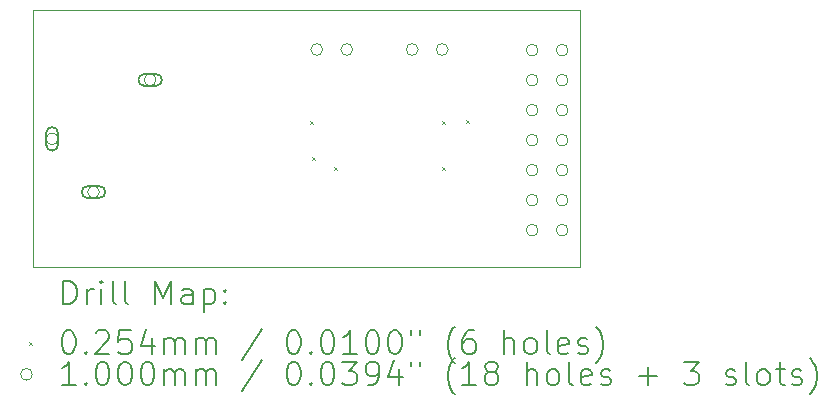
<source format=gbr>
%TF.GenerationSoftware,KiCad,Pcbnew,7.0.7*%
%TF.CreationDate,2023-09-29T20:54:00-04:00*%
%TF.ProjectId,Little_Master_Board,4c697474-6c65-45f4-9d61-737465725f42,B*%
%TF.SameCoordinates,Original*%
%TF.FileFunction,Drillmap*%
%TF.FilePolarity,Positive*%
%FSLAX45Y45*%
G04 Gerber Fmt 4.5, Leading zero omitted, Abs format (unit mm)*
G04 Created by KiCad (PCBNEW 7.0.7) date 2023-09-29 20:54:00*
%MOMM*%
%LPD*%
G01*
G04 APERTURE LIST*
%ADD10C,0.100000*%
%ADD11C,0.200000*%
%ADD12C,0.025400*%
G04 APERTURE END LIST*
D10*
X11170920Y-5821680D02*
X15798800Y-5821680D01*
X15798800Y-7995920D01*
X11170920Y-7995920D01*
X11170920Y-5821680D01*
D11*
D12*
X13512680Y-6756400D02*
X13538080Y-6781800D01*
X13538080Y-6756400D02*
X13512680Y-6781800D01*
X13530460Y-7066280D02*
X13555860Y-7091680D01*
X13555860Y-7066280D02*
X13530460Y-7091680D01*
X13715880Y-7152640D02*
X13741280Y-7178040D01*
X13741280Y-7152640D02*
X13715880Y-7178040D01*
X14630400Y-6760440D02*
X14655800Y-6785840D01*
X14655800Y-6760440D02*
X14630400Y-6785840D01*
X14630400Y-7150440D02*
X14655800Y-7175840D01*
X14655800Y-7150440D02*
X14630400Y-7175840D01*
X14833600Y-6753860D02*
X14859000Y-6779260D01*
X14859000Y-6753860D02*
X14833600Y-6779260D01*
D10*
X11383480Y-6911340D02*
G75*
G03*
X11383480Y-6911340I-50000J0D01*
G01*
D11*
X11283480Y-6861340D02*
X11283480Y-6961340D01*
X11283480Y-6961340D02*
G75*
G03*
X11383480Y-6961340I50000J0D01*
G01*
X11383480Y-6961340D02*
X11383480Y-6861340D01*
X11383480Y-6861340D02*
G75*
G03*
X11283480Y-6861340I-50000J0D01*
G01*
D10*
X11733480Y-7361340D02*
G75*
G03*
X11733480Y-7361340I-50000J0D01*
G01*
D11*
X11633480Y-7411340D02*
X11733480Y-7411340D01*
X11733480Y-7411340D02*
G75*
G03*
X11733480Y-7311340I0J50000D01*
G01*
X11733480Y-7311340D02*
X11633480Y-7311340D01*
X11633480Y-7311340D02*
G75*
G03*
X11633480Y-7411340I0J-50000D01*
G01*
D10*
X12213480Y-6411340D02*
G75*
G03*
X12213480Y-6411340I-50000J0D01*
G01*
D11*
X12113480Y-6461340D02*
X12213480Y-6461340D01*
X12213480Y-6461340D02*
G75*
G03*
X12213480Y-6361340I0J50000D01*
G01*
X12213480Y-6361340D02*
X12113480Y-6361340D01*
X12113480Y-6361340D02*
G75*
G03*
X12113480Y-6461340I0J-50000D01*
G01*
D10*
X13623760Y-6154420D02*
G75*
G03*
X13623760Y-6154420I-50000J0D01*
G01*
X13877760Y-6154420D02*
G75*
G03*
X13877760Y-6154420I-50000J0D01*
G01*
X14431480Y-6154420D02*
G75*
G03*
X14431480Y-6154420I-50000J0D01*
G01*
X14685480Y-6154420D02*
G75*
G03*
X14685480Y-6154420I-50000J0D01*
G01*
X15447480Y-6159500D02*
G75*
G03*
X15447480Y-6159500I-50000J0D01*
G01*
X15447480Y-6413500D02*
G75*
G03*
X15447480Y-6413500I-50000J0D01*
G01*
X15447480Y-6667500D02*
G75*
G03*
X15447480Y-6667500I-50000J0D01*
G01*
X15447480Y-6921500D02*
G75*
G03*
X15447480Y-6921500I-50000J0D01*
G01*
X15447480Y-7175500D02*
G75*
G03*
X15447480Y-7175500I-50000J0D01*
G01*
X15447480Y-7429500D02*
G75*
G03*
X15447480Y-7429500I-50000J0D01*
G01*
X15447480Y-7683500D02*
G75*
G03*
X15447480Y-7683500I-50000J0D01*
G01*
X15701480Y-6159500D02*
G75*
G03*
X15701480Y-6159500I-50000J0D01*
G01*
X15701480Y-6413500D02*
G75*
G03*
X15701480Y-6413500I-50000J0D01*
G01*
X15701480Y-6667500D02*
G75*
G03*
X15701480Y-6667500I-50000J0D01*
G01*
X15701480Y-6921500D02*
G75*
G03*
X15701480Y-6921500I-50000J0D01*
G01*
X15701480Y-7175500D02*
G75*
G03*
X15701480Y-7175500I-50000J0D01*
G01*
X15701480Y-7429500D02*
G75*
G03*
X15701480Y-7429500I-50000J0D01*
G01*
X15701480Y-7683500D02*
G75*
G03*
X15701480Y-7683500I-50000J0D01*
G01*
D11*
X11426697Y-8312404D02*
X11426697Y-8112404D01*
X11426697Y-8112404D02*
X11474316Y-8112404D01*
X11474316Y-8112404D02*
X11502887Y-8121928D01*
X11502887Y-8121928D02*
X11521935Y-8140975D01*
X11521935Y-8140975D02*
X11531459Y-8160023D01*
X11531459Y-8160023D02*
X11540982Y-8198118D01*
X11540982Y-8198118D02*
X11540982Y-8226689D01*
X11540982Y-8226689D02*
X11531459Y-8264785D01*
X11531459Y-8264785D02*
X11521935Y-8283832D01*
X11521935Y-8283832D02*
X11502887Y-8302880D01*
X11502887Y-8302880D02*
X11474316Y-8312404D01*
X11474316Y-8312404D02*
X11426697Y-8312404D01*
X11626697Y-8312404D02*
X11626697Y-8179070D01*
X11626697Y-8217166D02*
X11636221Y-8198118D01*
X11636221Y-8198118D02*
X11645744Y-8188594D01*
X11645744Y-8188594D02*
X11664792Y-8179070D01*
X11664792Y-8179070D02*
X11683840Y-8179070D01*
X11750506Y-8312404D02*
X11750506Y-8179070D01*
X11750506Y-8112404D02*
X11740982Y-8121928D01*
X11740982Y-8121928D02*
X11750506Y-8131451D01*
X11750506Y-8131451D02*
X11760030Y-8121928D01*
X11760030Y-8121928D02*
X11750506Y-8112404D01*
X11750506Y-8112404D02*
X11750506Y-8131451D01*
X11874316Y-8312404D02*
X11855268Y-8302880D01*
X11855268Y-8302880D02*
X11845744Y-8283832D01*
X11845744Y-8283832D02*
X11845744Y-8112404D01*
X11979078Y-8312404D02*
X11960030Y-8302880D01*
X11960030Y-8302880D02*
X11950506Y-8283832D01*
X11950506Y-8283832D02*
X11950506Y-8112404D01*
X12207649Y-8312404D02*
X12207649Y-8112404D01*
X12207649Y-8112404D02*
X12274316Y-8255261D01*
X12274316Y-8255261D02*
X12340982Y-8112404D01*
X12340982Y-8112404D02*
X12340982Y-8312404D01*
X12521935Y-8312404D02*
X12521935Y-8207642D01*
X12521935Y-8207642D02*
X12512411Y-8188594D01*
X12512411Y-8188594D02*
X12493363Y-8179070D01*
X12493363Y-8179070D02*
X12455268Y-8179070D01*
X12455268Y-8179070D02*
X12436221Y-8188594D01*
X12521935Y-8302880D02*
X12502887Y-8312404D01*
X12502887Y-8312404D02*
X12455268Y-8312404D01*
X12455268Y-8312404D02*
X12436221Y-8302880D01*
X12436221Y-8302880D02*
X12426697Y-8283832D01*
X12426697Y-8283832D02*
X12426697Y-8264785D01*
X12426697Y-8264785D02*
X12436221Y-8245737D01*
X12436221Y-8245737D02*
X12455268Y-8236213D01*
X12455268Y-8236213D02*
X12502887Y-8236213D01*
X12502887Y-8236213D02*
X12521935Y-8226689D01*
X12617173Y-8179070D02*
X12617173Y-8379070D01*
X12617173Y-8188594D02*
X12636221Y-8179070D01*
X12636221Y-8179070D02*
X12674316Y-8179070D01*
X12674316Y-8179070D02*
X12693363Y-8188594D01*
X12693363Y-8188594D02*
X12702887Y-8198118D01*
X12702887Y-8198118D02*
X12712411Y-8217166D01*
X12712411Y-8217166D02*
X12712411Y-8274308D01*
X12712411Y-8274308D02*
X12702887Y-8293356D01*
X12702887Y-8293356D02*
X12693363Y-8302880D01*
X12693363Y-8302880D02*
X12674316Y-8312404D01*
X12674316Y-8312404D02*
X12636221Y-8312404D01*
X12636221Y-8312404D02*
X12617173Y-8302880D01*
X12798125Y-8293356D02*
X12807649Y-8302880D01*
X12807649Y-8302880D02*
X12798125Y-8312404D01*
X12798125Y-8312404D02*
X12788602Y-8302880D01*
X12788602Y-8302880D02*
X12798125Y-8293356D01*
X12798125Y-8293356D02*
X12798125Y-8312404D01*
X12798125Y-8188594D02*
X12807649Y-8198118D01*
X12807649Y-8198118D02*
X12798125Y-8207642D01*
X12798125Y-8207642D02*
X12788602Y-8198118D01*
X12788602Y-8198118D02*
X12798125Y-8188594D01*
X12798125Y-8188594D02*
X12798125Y-8207642D01*
D12*
X11140520Y-8628220D02*
X11165920Y-8653620D01*
X11165920Y-8628220D02*
X11140520Y-8653620D01*
D11*
X11464792Y-8532404D02*
X11483840Y-8532404D01*
X11483840Y-8532404D02*
X11502887Y-8541928D01*
X11502887Y-8541928D02*
X11512411Y-8551451D01*
X11512411Y-8551451D02*
X11521935Y-8570499D01*
X11521935Y-8570499D02*
X11531459Y-8608594D01*
X11531459Y-8608594D02*
X11531459Y-8656213D01*
X11531459Y-8656213D02*
X11521935Y-8694309D01*
X11521935Y-8694309D02*
X11512411Y-8713356D01*
X11512411Y-8713356D02*
X11502887Y-8722880D01*
X11502887Y-8722880D02*
X11483840Y-8732404D01*
X11483840Y-8732404D02*
X11464792Y-8732404D01*
X11464792Y-8732404D02*
X11445744Y-8722880D01*
X11445744Y-8722880D02*
X11436221Y-8713356D01*
X11436221Y-8713356D02*
X11426697Y-8694309D01*
X11426697Y-8694309D02*
X11417173Y-8656213D01*
X11417173Y-8656213D02*
X11417173Y-8608594D01*
X11417173Y-8608594D02*
X11426697Y-8570499D01*
X11426697Y-8570499D02*
X11436221Y-8551451D01*
X11436221Y-8551451D02*
X11445744Y-8541928D01*
X11445744Y-8541928D02*
X11464792Y-8532404D01*
X11617173Y-8713356D02*
X11626697Y-8722880D01*
X11626697Y-8722880D02*
X11617173Y-8732404D01*
X11617173Y-8732404D02*
X11607649Y-8722880D01*
X11607649Y-8722880D02*
X11617173Y-8713356D01*
X11617173Y-8713356D02*
X11617173Y-8732404D01*
X11702887Y-8551451D02*
X11712411Y-8541928D01*
X11712411Y-8541928D02*
X11731459Y-8532404D01*
X11731459Y-8532404D02*
X11779078Y-8532404D01*
X11779078Y-8532404D02*
X11798125Y-8541928D01*
X11798125Y-8541928D02*
X11807649Y-8551451D01*
X11807649Y-8551451D02*
X11817173Y-8570499D01*
X11817173Y-8570499D02*
X11817173Y-8589547D01*
X11817173Y-8589547D02*
X11807649Y-8618118D01*
X11807649Y-8618118D02*
X11693363Y-8732404D01*
X11693363Y-8732404D02*
X11817173Y-8732404D01*
X11998125Y-8532404D02*
X11902887Y-8532404D01*
X11902887Y-8532404D02*
X11893363Y-8627642D01*
X11893363Y-8627642D02*
X11902887Y-8618118D01*
X11902887Y-8618118D02*
X11921935Y-8608594D01*
X11921935Y-8608594D02*
X11969554Y-8608594D01*
X11969554Y-8608594D02*
X11988602Y-8618118D01*
X11988602Y-8618118D02*
X11998125Y-8627642D01*
X11998125Y-8627642D02*
X12007649Y-8646690D01*
X12007649Y-8646690D02*
X12007649Y-8694309D01*
X12007649Y-8694309D02*
X11998125Y-8713356D01*
X11998125Y-8713356D02*
X11988602Y-8722880D01*
X11988602Y-8722880D02*
X11969554Y-8732404D01*
X11969554Y-8732404D02*
X11921935Y-8732404D01*
X11921935Y-8732404D02*
X11902887Y-8722880D01*
X11902887Y-8722880D02*
X11893363Y-8713356D01*
X12179078Y-8599070D02*
X12179078Y-8732404D01*
X12131459Y-8522880D02*
X12083840Y-8665737D01*
X12083840Y-8665737D02*
X12207649Y-8665737D01*
X12283840Y-8732404D02*
X12283840Y-8599070D01*
X12283840Y-8618118D02*
X12293363Y-8608594D01*
X12293363Y-8608594D02*
X12312411Y-8599070D01*
X12312411Y-8599070D02*
X12340983Y-8599070D01*
X12340983Y-8599070D02*
X12360030Y-8608594D01*
X12360030Y-8608594D02*
X12369554Y-8627642D01*
X12369554Y-8627642D02*
X12369554Y-8732404D01*
X12369554Y-8627642D02*
X12379078Y-8608594D01*
X12379078Y-8608594D02*
X12398125Y-8599070D01*
X12398125Y-8599070D02*
X12426697Y-8599070D01*
X12426697Y-8599070D02*
X12445744Y-8608594D01*
X12445744Y-8608594D02*
X12455268Y-8627642D01*
X12455268Y-8627642D02*
X12455268Y-8732404D01*
X12550506Y-8732404D02*
X12550506Y-8599070D01*
X12550506Y-8618118D02*
X12560030Y-8608594D01*
X12560030Y-8608594D02*
X12579078Y-8599070D01*
X12579078Y-8599070D02*
X12607649Y-8599070D01*
X12607649Y-8599070D02*
X12626697Y-8608594D01*
X12626697Y-8608594D02*
X12636221Y-8627642D01*
X12636221Y-8627642D02*
X12636221Y-8732404D01*
X12636221Y-8627642D02*
X12645744Y-8608594D01*
X12645744Y-8608594D02*
X12664792Y-8599070D01*
X12664792Y-8599070D02*
X12693363Y-8599070D01*
X12693363Y-8599070D02*
X12712411Y-8608594D01*
X12712411Y-8608594D02*
X12721935Y-8627642D01*
X12721935Y-8627642D02*
X12721935Y-8732404D01*
X13112411Y-8522880D02*
X12940983Y-8780023D01*
X13369554Y-8532404D02*
X13388602Y-8532404D01*
X13388602Y-8532404D02*
X13407649Y-8541928D01*
X13407649Y-8541928D02*
X13417173Y-8551451D01*
X13417173Y-8551451D02*
X13426697Y-8570499D01*
X13426697Y-8570499D02*
X13436221Y-8608594D01*
X13436221Y-8608594D02*
X13436221Y-8656213D01*
X13436221Y-8656213D02*
X13426697Y-8694309D01*
X13426697Y-8694309D02*
X13417173Y-8713356D01*
X13417173Y-8713356D02*
X13407649Y-8722880D01*
X13407649Y-8722880D02*
X13388602Y-8732404D01*
X13388602Y-8732404D02*
X13369554Y-8732404D01*
X13369554Y-8732404D02*
X13350506Y-8722880D01*
X13350506Y-8722880D02*
X13340983Y-8713356D01*
X13340983Y-8713356D02*
X13331459Y-8694309D01*
X13331459Y-8694309D02*
X13321935Y-8656213D01*
X13321935Y-8656213D02*
X13321935Y-8608594D01*
X13321935Y-8608594D02*
X13331459Y-8570499D01*
X13331459Y-8570499D02*
X13340983Y-8551451D01*
X13340983Y-8551451D02*
X13350506Y-8541928D01*
X13350506Y-8541928D02*
X13369554Y-8532404D01*
X13521935Y-8713356D02*
X13531459Y-8722880D01*
X13531459Y-8722880D02*
X13521935Y-8732404D01*
X13521935Y-8732404D02*
X13512411Y-8722880D01*
X13512411Y-8722880D02*
X13521935Y-8713356D01*
X13521935Y-8713356D02*
X13521935Y-8732404D01*
X13655268Y-8532404D02*
X13674316Y-8532404D01*
X13674316Y-8532404D02*
X13693364Y-8541928D01*
X13693364Y-8541928D02*
X13702887Y-8551451D01*
X13702887Y-8551451D02*
X13712411Y-8570499D01*
X13712411Y-8570499D02*
X13721935Y-8608594D01*
X13721935Y-8608594D02*
X13721935Y-8656213D01*
X13721935Y-8656213D02*
X13712411Y-8694309D01*
X13712411Y-8694309D02*
X13702887Y-8713356D01*
X13702887Y-8713356D02*
X13693364Y-8722880D01*
X13693364Y-8722880D02*
X13674316Y-8732404D01*
X13674316Y-8732404D02*
X13655268Y-8732404D01*
X13655268Y-8732404D02*
X13636221Y-8722880D01*
X13636221Y-8722880D02*
X13626697Y-8713356D01*
X13626697Y-8713356D02*
X13617173Y-8694309D01*
X13617173Y-8694309D02*
X13607649Y-8656213D01*
X13607649Y-8656213D02*
X13607649Y-8608594D01*
X13607649Y-8608594D02*
X13617173Y-8570499D01*
X13617173Y-8570499D02*
X13626697Y-8551451D01*
X13626697Y-8551451D02*
X13636221Y-8541928D01*
X13636221Y-8541928D02*
X13655268Y-8532404D01*
X13912411Y-8732404D02*
X13798126Y-8732404D01*
X13855268Y-8732404D02*
X13855268Y-8532404D01*
X13855268Y-8532404D02*
X13836221Y-8560975D01*
X13836221Y-8560975D02*
X13817173Y-8580023D01*
X13817173Y-8580023D02*
X13798126Y-8589547D01*
X14036221Y-8532404D02*
X14055268Y-8532404D01*
X14055268Y-8532404D02*
X14074316Y-8541928D01*
X14074316Y-8541928D02*
X14083840Y-8551451D01*
X14083840Y-8551451D02*
X14093364Y-8570499D01*
X14093364Y-8570499D02*
X14102887Y-8608594D01*
X14102887Y-8608594D02*
X14102887Y-8656213D01*
X14102887Y-8656213D02*
X14093364Y-8694309D01*
X14093364Y-8694309D02*
X14083840Y-8713356D01*
X14083840Y-8713356D02*
X14074316Y-8722880D01*
X14074316Y-8722880D02*
X14055268Y-8732404D01*
X14055268Y-8732404D02*
X14036221Y-8732404D01*
X14036221Y-8732404D02*
X14017173Y-8722880D01*
X14017173Y-8722880D02*
X14007649Y-8713356D01*
X14007649Y-8713356D02*
X13998126Y-8694309D01*
X13998126Y-8694309D02*
X13988602Y-8656213D01*
X13988602Y-8656213D02*
X13988602Y-8608594D01*
X13988602Y-8608594D02*
X13998126Y-8570499D01*
X13998126Y-8570499D02*
X14007649Y-8551451D01*
X14007649Y-8551451D02*
X14017173Y-8541928D01*
X14017173Y-8541928D02*
X14036221Y-8532404D01*
X14226697Y-8532404D02*
X14245745Y-8532404D01*
X14245745Y-8532404D02*
X14264792Y-8541928D01*
X14264792Y-8541928D02*
X14274316Y-8551451D01*
X14274316Y-8551451D02*
X14283840Y-8570499D01*
X14283840Y-8570499D02*
X14293364Y-8608594D01*
X14293364Y-8608594D02*
X14293364Y-8656213D01*
X14293364Y-8656213D02*
X14283840Y-8694309D01*
X14283840Y-8694309D02*
X14274316Y-8713356D01*
X14274316Y-8713356D02*
X14264792Y-8722880D01*
X14264792Y-8722880D02*
X14245745Y-8732404D01*
X14245745Y-8732404D02*
X14226697Y-8732404D01*
X14226697Y-8732404D02*
X14207649Y-8722880D01*
X14207649Y-8722880D02*
X14198126Y-8713356D01*
X14198126Y-8713356D02*
X14188602Y-8694309D01*
X14188602Y-8694309D02*
X14179078Y-8656213D01*
X14179078Y-8656213D02*
X14179078Y-8608594D01*
X14179078Y-8608594D02*
X14188602Y-8570499D01*
X14188602Y-8570499D02*
X14198126Y-8551451D01*
X14198126Y-8551451D02*
X14207649Y-8541928D01*
X14207649Y-8541928D02*
X14226697Y-8532404D01*
X14369554Y-8532404D02*
X14369554Y-8570499D01*
X14445745Y-8532404D02*
X14445745Y-8570499D01*
X14740983Y-8808594D02*
X14731459Y-8799070D01*
X14731459Y-8799070D02*
X14712411Y-8770499D01*
X14712411Y-8770499D02*
X14702888Y-8751451D01*
X14702888Y-8751451D02*
X14693364Y-8722880D01*
X14693364Y-8722880D02*
X14683840Y-8675261D01*
X14683840Y-8675261D02*
X14683840Y-8637166D01*
X14683840Y-8637166D02*
X14693364Y-8589547D01*
X14693364Y-8589547D02*
X14702888Y-8560975D01*
X14702888Y-8560975D02*
X14712411Y-8541928D01*
X14712411Y-8541928D02*
X14731459Y-8513356D01*
X14731459Y-8513356D02*
X14740983Y-8503832D01*
X14902888Y-8532404D02*
X14864792Y-8532404D01*
X14864792Y-8532404D02*
X14845745Y-8541928D01*
X14845745Y-8541928D02*
X14836221Y-8551451D01*
X14836221Y-8551451D02*
X14817173Y-8580023D01*
X14817173Y-8580023D02*
X14807649Y-8618118D01*
X14807649Y-8618118D02*
X14807649Y-8694309D01*
X14807649Y-8694309D02*
X14817173Y-8713356D01*
X14817173Y-8713356D02*
X14826697Y-8722880D01*
X14826697Y-8722880D02*
X14845745Y-8732404D01*
X14845745Y-8732404D02*
X14883840Y-8732404D01*
X14883840Y-8732404D02*
X14902888Y-8722880D01*
X14902888Y-8722880D02*
X14912411Y-8713356D01*
X14912411Y-8713356D02*
X14921935Y-8694309D01*
X14921935Y-8694309D02*
X14921935Y-8646690D01*
X14921935Y-8646690D02*
X14912411Y-8627642D01*
X14912411Y-8627642D02*
X14902888Y-8618118D01*
X14902888Y-8618118D02*
X14883840Y-8608594D01*
X14883840Y-8608594D02*
X14845745Y-8608594D01*
X14845745Y-8608594D02*
X14826697Y-8618118D01*
X14826697Y-8618118D02*
X14817173Y-8627642D01*
X14817173Y-8627642D02*
X14807649Y-8646690D01*
X15160030Y-8732404D02*
X15160030Y-8532404D01*
X15245745Y-8732404D02*
X15245745Y-8627642D01*
X15245745Y-8627642D02*
X15236221Y-8608594D01*
X15236221Y-8608594D02*
X15217173Y-8599070D01*
X15217173Y-8599070D02*
X15188602Y-8599070D01*
X15188602Y-8599070D02*
X15169554Y-8608594D01*
X15169554Y-8608594D02*
X15160030Y-8618118D01*
X15369554Y-8732404D02*
X15350507Y-8722880D01*
X15350507Y-8722880D02*
X15340983Y-8713356D01*
X15340983Y-8713356D02*
X15331459Y-8694309D01*
X15331459Y-8694309D02*
X15331459Y-8637166D01*
X15331459Y-8637166D02*
X15340983Y-8618118D01*
X15340983Y-8618118D02*
X15350507Y-8608594D01*
X15350507Y-8608594D02*
X15369554Y-8599070D01*
X15369554Y-8599070D02*
X15398126Y-8599070D01*
X15398126Y-8599070D02*
X15417173Y-8608594D01*
X15417173Y-8608594D02*
X15426697Y-8618118D01*
X15426697Y-8618118D02*
X15436221Y-8637166D01*
X15436221Y-8637166D02*
X15436221Y-8694309D01*
X15436221Y-8694309D02*
X15426697Y-8713356D01*
X15426697Y-8713356D02*
X15417173Y-8722880D01*
X15417173Y-8722880D02*
X15398126Y-8732404D01*
X15398126Y-8732404D02*
X15369554Y-8732404D01*
X15550507Y-8732404D02*
X15531459Y-8722880D01*
X15531459Y-8722880D02*
X15521935Y-8703832D01*
X15521935Y-8703832D02*
X15521935Y-8532404D01*
X15702888Y-8722880D02*
X15683840Y-8732404D01*
X15683840Y-8732404D02*
X15645745Y-8732404D01*
X15645745Y-8732404D02*
X15626697Y-8722880D01*
X15626697Y-8722880D02*
X15617173Y-8703832D01*
X15617173Y-8703832D02*
X15617173Y-8627642D01*
X15617173Y-8627642D02*
X15626697Y-8608594D01*
X15626697Y-8608594D02*
X15645745Y-8599070D01*
X15645745Y-8599070D02*
X15683840Y-8599070D01*
X15683840Y-8599070D02*
X15702888Y-8608594D01*
X15702888Y-8608594D02*
X15712411Y-8627642D01*
X15712411Y-8627642D02*
X15712411Y-8646690D01*
X15712411Y-8646690D02*
X15617173Y-8665737D01*
X15788602Y-8722880D02*
X15807650Y-8732404D01*
X15807650Y-8732404D02*
X15845745Y-8732404D01*
X15845745Y-8732404D02*
X15864792Y-8722880D01*
X15864792Y-8722880D02*
X15874316Y-8703832D01*
X15874316Y-8703832D02*
X15874316Y-8694309D01*
X15874316Y-8694309D02*
X15864792Y-8675261D01*
X15864792Y-8675261D02*
X15845745Y-8665737D01*
X15845745Y-8665737D02*
X15817173Y-8665737D01*
X15817173Y-8665737D02*
X15798126Y-8656213D01*
X15798126Y-8656213D02*
X15788602Y-8637166D01*
X15788602Y-8637166D02*
X15788602Y-8627642D01*
X15788602Y-8627642D02*
X15798126Y-8608594D01*
X15798126Y-8608594D02*
X15817173Y-8599070D01*
X15817173Y-8599070D02*
X15845745Y-8599070D01*
X15845745Y-8599070D02*
X15864792Y-8608594D01*
X15940983Y-8808594D02*
X15950507Y-8799070D01*
X15950507Y-8799070D02*
X15969554Y-8770499D01*
X15969554Y-8770499D02*
X15979078Y-8751451D01*
X15979078Y-8751451D02*
X15988602Y-8722880D01*
X15988602Y-8722880D02*
X15998126Y-8675261D01*
X15998126Y-8675261D02*
X15998126Y-8637166D01*
X15998126Y-8637166D02*
X15988602Y-8589547D01*
X15988602Y-8589547D02*
X15979078Y-8560975D01*
X15979078Y-8560975D02*
X15969554Y-8541928D01*
X15969554Y-8541928D02*
X15950507Y-8513356D01*
X15950507Y-8513356D02*
X15940983Y-8503832D01*
D10*
X11165920Y-8904920D02*
G75*
G03*
X11165920Y-8904920I-50000J0D01*
G01*
D11*
X11531459Y-8996404D02*
X11417173Y-8996404D01*
X11474316Y-8996404D02*
X11474316Y-8796404D01*
X11474316Y-8796404D02*
X11455268Y-8824975D01*
X11455268Y-8824975D02*
X11436221Y-8844023D01*
X11436221Y-8844023D02*
X11417173Y-8853547D01*
X11617173Y-8977356D02*
X11626697Y-8986880D01*
X11626697Y-8986880D02*
X11617173Y-8996404D01*
X11617173Y-8996404D02*
X11607649Y-8986880D01*
X11607649Y-8986880D02*
X11617173Y-8977356D01*
X11617173Y-8977356D02*
X11617173Y-8996404D01*
X11750506Y-8796404D02*
X11769554Y-8796404D01*
X11769554Y-8796404D02*
X11788602Y-8805928D01*
X11788602Y-8805928D02*
X11798125Y-8815451D01*
X11798125Y-8815451D02*
X11807649Y-8834499D01*
X11807649Y-8834499D02*
X11817173Y-8872594D01*
X11817173Y-8872594D02*
X11817173Y-8920213D01*
X11817173Y-8920213D02*
X11807649Y-8958309D01*
X11807649Y-8958309D02*
X11798125Y-8977356D01*
X11798125Y-8977356D02*
X11788602Y-8986880D01*
X11788602Y-8986880D02*
X11769554Y-8996404D01*
X11769554Y-8996404D02*
X11750506Y-8996404D01*
X11750506Y-8996404D02*
X11731459Y-8986880D01*
X11731459Y-8986880D02*
X11721935Y-8977356D01*
X11721935Y-8977356D02*
X11712411Y-8958309D01*
X11712411Y-8958309D02*
X11702887Y-8920213D01*
X11702887Y-8920213D02*
X11702887Y-8872594D01*
X11702887Y-8872594D02*
X11712411Y-8834499D01*
X11712411Y-8834499D02*
X11721935Y-8815451D01*
X11721935Y-8815451D02*
X11731459Y-8805928D01*
X11731459Y-8805928D02*
X11750506Y-8796404D01*
X11940982Y-8796404D02*
X11960030Y-8796404D01*
X11960030Y-8796404D02*
X11979078Y-8805928D01*
X11979078Y-8805928D02*
X11988602Y-8815451D01*
X11988602Y-8815451D02*
X11998125Y-8834499D01*
X11998125Y-8834499D02*
X12007649Y-8872594D01*
X12007649Y-8872594D02*
X12007649Y-8920213D01*
X12007649Y-8920213D02*
X11998125Y-8958309D01*
X11998125Y-8958309D02*
X11988602Y-8977356D01*
X11988602Y-8977356D02*
X11979078Y-8986880D01*
X11979078Y-8986880D02*
X11960030Y-8996404D01*
X11960030Y-8996404D02*
X11940982Y-8996404D01*
X11940982Y-8996404D02*
X11921935Y-8986880D01*
X11921935Y-8986880D02*
X11912411Y-8977356D01*
X11912411Y-8977356D02*
X11902887Y-8958309D01*
X11902887Y-8958309D02*
X11893363Y-8920213D01*
X11893363Y-8920213D02*
X11893363Y-8872594D01*
X11893363Y-8872594D02*
X11902887Y-8834499D01*
X11902887Y-8834499D02*
X11912411Y-8815451D01*
X11912411Y-8815451D02*
X11921935Y-8805928D01*
X11921935Y-8805928D02*
X11940982Y-8796404D01*
X12131459Y-8796404D02*
X12150506Y-8796404D01*
X12150506Y-8796404D02*
X12169554Y-8805928D01*
X12169554Y-8805928D02*
X12179078Y-8815451D01*
X12179078Y-8815451D02*
X12188602Y-8834499D01*
X12188602Y-8834499D02*
X12198125Y-8872594D01*
X12198125Y-8872594D02*
X12198125Y-8920213D01*
X12198125Y-8920213D02*
X12188602Y-8958309D01*
X12188602Y-8958309D02*
X12179078Y-8977356D01*
X12179078Y-8977356D02*
X12169554Y-8986880D01*
X12169554Y-8986880D02*
X12150506Y-8996404D01*
X12150506Y-8996404D02*
X12131459Y-8996404D01*
X12131459Y-8996404D02*
X12112411Y-8986880D01*
X12112411Y-8986880D02*
X12102887Y-8977356D01*
X12102887Y-8977356D02*
X12093363Y-8958309D01*
X12093363Y-8958309D02*
X12083840Y-8920213D01*
X12083840Y-8920213D02*
X12083840Y-8872594D01*
X12083840Y-8872594D02*
X12093363Y-8834499D01*
X12093363Y-8834499D02*
X12102887Y-8815451D01*
X12102887Y-8815451D02*
X12112411Y-8805928D01*
X12112411Y-8805928D02*
X12131459Y-8796404D01*
X12283840Y-8996404D02*
X12283840Y-8863070D01*
X12283840Y-8882118D02*
X12293363Y-8872594D01*
X12293363Y-8872594D02*
X12312411Y-8863070D01*
X12312411Y-8863070D02*
X12340983Y-8863070D01*
X12340983Y-8863070D02*
X12360030Y-8872594D01*
X12360030Y-8872594D02*
X12369554Y-8891642D01*
X12369554Y-8891642D02*
X12369554Y-8996404D01*
X12369554Y-8891642D02*
X12379078Y-8872594D01*
X12379078Y-8872594D02*
X12398125Y-8863070D01*
X12398125Y-8863070D02*
X12426697Y-8863070D01*
X12426697Y-8863070D02*
X12445744Y-8872594D01*
X12445744Y-8872594D02*
X12455268Y-8891642D01*
X12455268Y-8891642D02*
X12455268Y-8996404D01*
X12550506Y-8996404D02*
X12550506Y-8863070D01*
X12550506Y-8882118D02*
X12560030Y-8872594D01*
X12560030Y-8872594D02*
X12579078Y-8863070D01*
X12579078Y-8863070D02*
X12607649Y-8863070D01*
X12607649Y-8863070D02*
X12626697Y-8872594D01*
X12626697Y-8872594D02*
X12636221Y-8891642D01*
X12636221Y-8891642D02*
X12636221Y-8996404D01*
X12636221Y-8891642D02*
X12645744Y-8872594D01*
X12645744Y-8872594D02*
X12664792Y-8863070D01*
X12664792Y-8863070D02*
X12693363Y-8863070D01*
X12693363Y-8863070D02*
X12712411Y-8872594D01*
X12712411Y-8872594D02*
X12721935Y-8891642D01*
X12721935Y-8891642D02*
X12721935Y-8996404D01*
X13112411Y-8786880D02*
X12940983Y-9044023D01*
X13369554Y-8796404D02*
X13388602Y-8796404D01*
X13388602Y-8796404D02*
X13407649Y-8805928D01*
X13407649Y-8805928D02*
X13417173Y-8815451D01*
X13417173Y-8815451D02*
X13426697Y-8834499D01*
X13426697Y-8834499D02*
X13436221Y-8872594D01*
X13436221Y-8872594D02*
X13436221Y-8920213D01*
X13436221Y-8920213D02*
X13426697Y-8958309D01*
X13426697Y-8958309D02*
X13417173Y-8977356D01*
X13417173Y-8977356D02*
X13407649Y-8986880D01*
X13407649Y-8986880D02*
X13388602Y-8996404D01*
X13388602Y-8996404D02*
X13369554Y-8996404D01*
X13369554Y-8996404D02*
X13350506Y-8986880D01*
X13350506Y-8986880D02*
X13340983Y-8977356D01*
X13340983Y-8977356D02*
X13331459Y-8958309D01*
X13331459Y-8958309D02*
X13321935Y-8920213D01*
X13321935Y-8920213D02*
X13321935Y-8872594D01*
X13321935Y-8872594D02*
X13331459Y-8834499D01*
X13331459Y-8834499D02*
X13340983Y-8815451D01*
X13340983Y-8815451D02*
X13350506Y-8805928D01*
X13350506Y-8805928D02*
X13369554Y-8796404D01*
X13521935Y-8977356D02*
X13531459Y-8986880D01*
X13531459Y-8986880D02*
X13521935Y-8996404D01*
X13521935Y-8996404D02*
X13512411Y-8986880D01*
X13512411Y-8986880D02*
X13521935Y-8977356D01*
X13521935Y-8977356D02*
X13521935Y-8996404D01*
X13655268Y-8796404D02*
X13674316Y-8796404D01*
X13674316Y-8796404D02*
X13693364Y-8805928D01*
X13693364Y-8805928D02*
X13702887Y-8815451D01*
X13702887Y-8815451D02*
X13712411Y-8834499D01*
X13712411Y-8834499D02*
X13721935Y-8872594D01*
X13721935Y-8872594D02*
X13721935Y-8920213D01*
X13721935Y-8920213D02*
X13712411Y-8958309D01*
X13712411Y-8958309D02*
X13702887Y-8977356D01*
X13702887Y-8977356D02*
X13693364Y-8986880D01*
X13693364Y-8986880D02*
X13674316Y-8996404D01*
X13674316Y-8996404D02*
X13655268Y-8996404D01*
X13655268Y-8996404D02*
X13636221Y-8986880D01*
X13636221Y-8986880D02*
X13626697Y-8977356D01*
X13626697Y-8977356D02*
X13617173Y-8958309D01*
X13617173Y-8958309D02*
X13607649Y-8920213D01*
X13607649Y-8920213D02*
X13607649Y-8872594D01*
X13607649Y-8872594D02*
X13617173Y-8834499D01*
X13617173Y-8834499D02*
X13626697Y-8815451D01*
X13626697Y-8815451D02*
X13636221Y-8805928D01*
X13636221Y-8805928D02*
X13655268Y-8796404D01*
X13788602Y-8796404D02*
X13912411Y-8796404D01*
X13912411Y-8796404D02*
X13845745Y-8872594D01*
X13845745Y-8872594D02*
X13874316Y-8872594D01*
X13874316Y-8872594D02*
X13893364Y-8882118D01*
X13893364Y-8882118D02*
X13902887Y-8891642D01*
X13902887Y-8891642D02*
X13912411Y-8910690D01*
X13912411Y-8910690D02*
X13912411Y-8958309D01*
X13912411Y-8958309D02*
X13902887Y-8977356D01*
X13902887Y-8977356D02*
X13893364Y-8986880D01*
X13893364Y-8986880D02*
X13874316Y-8996404D01*
X13874316Y-8996404D02*
X13817173Y-8996404D01*
X13817173Y-8996404D02*
X13798126Y-8986880D01*
X13798126Y-8986880D02*
X13788602Y-8977356D01*
X14007649Y-8996404D02*
X14045745Y-8996404D01*
X14045745Y-8996404D02*
X14064792Y-8986880D01*
X14064792Y-8986880D02*
X14074316Y-8977356D01*
X14074316Y-8977356D02*
X14093364Y-8948785D01*
X14093364Y-8948785D02*
X14102887Y-8910690D01*
X14102887Y-8910690D02*
X14102887Y-8834499D01*
X14102887Y-8834499D02*
X14093364Y-8815451D01*
X14093364Y-8815451D02*
X14083840Y-8805928D01*
X14083840Y-8805928D02*
X14064792Y-8796404D01*
X14064792Y-8796404D02*
X14026697Y-8796404D01*
X14026697Y-8796404D02*
X14007649Y-8805928D01*
X14007649Y-8805928D02*
X13998126Y-8815451D01*
X13998126Y-8815451D02*
X13988602Y-8834499D01*
X13988602Y-8834499D02*
X13988602Y-8882118D01*
X13988602Y-8882118D02*
X13998126Y-8901166D01*
X13998126Y-8901166D02*
X14007649Y-8910690D01*
X14007649Y-8910690D02*
X14026697Y-8920213D01*
X14026697Y-8920213D02*
X14064792Y-8920213D01*
X14064792Y-8920213D02*
X14083840Y-8910690D01*
X14083840Y-8910690D02*
X14093364Y-8901166D01*
X14093364Y-8901166D02*
X14102887Y-8882118D01*
X14274316Y-8863070D02*
X14274316Y-8996404D01*
X14226697Y-8786880D02*
X14179078Y-8929737D01*
X14179078Y-8929737D02*
X14302887Y-8929737D01*
X14369554Y-8796404D02*
X14369554Y-8834499D01*
X14445745Y-8796404D02*
X14445745Y-8834499D01*
X14740983Y-9072594D02*
X14731459Y-9063070D01*
X14731459Y-9063070D02*
X14712411Y-9034499D01*
X14712411Y-9034499D02*
X14702888Y-9015451D01*
X14702888Y-9015451D02*
X14693364Y-8986880D01*
X14693364Y-8986880D02*
X14683840Y-8939261D01*
X14683840Y-8939261D02*
X14683840Y-8901166D01*
X14683840Y-8901166D02*
X14693364Y-8853547D01*
X14693364Y-8853547D02*
X14702888Y-8824975D01*
X14702888Y-8824975D02*
X14712411Y-8805928D01*
X14712411Y-8805928D02*
X14731459Y-8777356D01*
X14731459Y-8777356D02*
X14740983Y-8767832D01*
X14921935Y-8996404D02*
X14807649Y-8996404D01*
X14864792Y-8996404D02*
X14864792Y-8796404D01*
X14864792Y-8796404D02*
X14845745Y-8824975D01*
X14845745Y-8824975D02*
X14826697Y-8844023D01*
X14826697Y-8844023D02*
X14807649Y-8853547D01*
X15036221Y-8882118D02*
X15017173Y-8872594D01*
X15017173Y-8872594D02*
X15007649Y-8863070D01*
X15007649Y-8863070D02*
X14998126Y-8844023D01*
X14998126Y-8844023D02*
X14998126Y-8834499D01*
X14998126Y-8834499D02*
X15007649Y-8815451D01*
X15007649Y-8815451D02*
X15017173Y-8805928D01*
X15017173Y-8805928D02*
X15036221Y-8796404D01*
X15036221Y-8796404D02*
X15074316Y-8796404D01*
X15074316Y-8796404D02*
X15093364Y-8805928D01*
X15093364Y-8805928D02*
X15102888Y-8815451D01*
X15102888Y-8815451D02*
X15112411Y-8834499D01*
X15112411Y-8834499D02*
X15112411Y-8844023D01*
X15112411Y-8844023D02*
X15102888Y-8863070D01*
X15102888Y-8863070D02*
X15093364Y-8872594D01*
X15093364Y-8872594D02*
X15074316Y-8882118D01*
X15074316Y-8882118D02*
X15036221Y-8882118D01*
X15036221Y-8882118D02*
X15017173Y-8891642D01*
X15017173Y-8891642D02*
X15007649Y-8901166D01*
X15007649Y-8901166D02*
X14998126Y-8920213D01*
X14998126Y-8920213D02*
X14998126Y-8958309D01*
X14998126Y-8958309D02*
X15007649Y-8977356D01*
X15007649Y-8977356D02*
X15017173Y-8986880D01*
X15017173Y-8986880D02*
X15036221Y-8996404D01*
X15036221Y-8996404D02*
X15074316Y-8996404D01*
X15074316Y-8996404D02*
X15093364Y-8986880D01*
X15093364Y-8986880D02*
X15102888Y-8977356D01*
X15102888Y-8977356D02*
X15112411Y-8958309D01*
X15112411Y-8958309D02*
X15112411Y-8920213D01*
X15112411Y-8920213D02*
X15102888Y-8901166D01*
X15102888Y-8901166D02*
X15093364Y-8891642D01*
X15093364Y-8891642D02*
X15074316Y-8882118D01*
X15350507Y-8996404D02*
X15350507Y-8796404D01*
X15436221Y-8996404D02*
X15436221Y-8891642D01*
X15436221Y-8891642D02*
X15426697Y-8872594D01*
X15426697Y-8872594D02*
X15407650Y-8863070D01*
X15407650Y-8863070D02*
X15379078Y-8863070D01*
X15379078Y-8863070D02*
X15360030Y-8872594D01*
X15360030Y-8872594D02*
X15350507Y-8882118D01*
X15560030Y-8996404D02*
X15540983Y-8986880D01*
X15540983Y-8986880D02*
X15531459Y-8977356D01*
X15531459Y-8977356D02*
X15521935Y-8958309D01*
X15521935Y-8958309D02*
X15521935Y-8901166D01*
X15521935Y-8901166D02*
X15531459Y-8882118D01*
X15531459Y-8882118D02*
X15540983Y-8872594D01*
X15540983Y-8872594D02*
X15560030Y-8863070D01*
X15560030Y-8863070D02*
X15588602Y-8863070D01*
X15588602Y-8863070D02*
X15607650Y-8872594D01*
X15607650Y-8872594D02*
X15617173Y-8882118D01*
X15617173Y-8882118D02*
X15626697Y-8901166D01*
X15626697Y-8901166D02*
X15626697Y-8958309D01*
X15626697Y-8958309D02*
X15617173Y-8977356D01*
X15617173Y-8977356D02*
X15607650Y-8986880D01*
X15607650Y-8986880D02*
X15588602Y-8996404D01*
X15588602Y-8996404D02*
X15560030Y-8996404D01*
X15740983Y-8996404D02*
X15721935Y-8986880D01*
X15721935Y-8986880D02*
X15712411Y-8967832D01*
X15712411Y-8967832D02*
X15712411Y-8796404D01*
X15893364Y-8986880D02*
X15874316Y-8996404D01*
X15874316Y-8996404D02*
X15836221Y-8996404D01*
X15836221Y-8996404D02*
X15817173Y-8986880D01*
X15817173Y-8986880D02*
X15807650Y-8967832D01*
X15807650Y-8967832D02*
X15807650Y-8891642D01*
X15807650Y-8891642D02*
X15817173Y-8872594D01*
X15817173Y-8872594D02*
X15836221Y-8863070D01*
X15836221Y-8863070D02*
X15874316Y-8863070D01*
X15874316Y-8863070D02*
X15893364Y-8872594D01*
X15893364Y-8872594D02*
X15902888Y-8891642D01*
X15902888Y-8891642D02*
X15902888Y-8910690D01*
X15902888Y-8910690D02*
X15807650Y-8929737D01*
X15979078Y-8986880D02*
X15998126Y-8996404D01*
X15998126Y-8996404D02*
X16036221Y-8996404D01*
X16036221Y-8996404D02*
X16055269Y-8986880D01*
X16055269Y-8986880D02*
X16064792Y-8967832D01*
X16064792Y-8967832D02*
X16064792Y-8958309D01*
X16064792Y-8958309D02*
X16055269Y-8939261D01*
X16055269Y-8939261D02*
X16036221Y-8929737D01*
X16036221Y-8929737D02*
X16007650Y-8929737D01*
X16007650Y-8929737D02*
X15988602Y-8920213D01*
X15988602Y-8920213D02*
X15979078Y-8901166D01*
X15979078Y-8901166D02*
X15979078Y-8891642D01*
X15979078Y-8891642D02*
X15988602Y-8872594D01*
X15988602Y-8872594D02*
X16007650Y-8863070D01*
X16007650Y-8863070D02*
X16036221Y-8863070D01*
X16036221Y-8863070D02*
X16055269Y-8872594D01*
X16302888Y-8920213D02*
X16455269Y-8920213D01*
X16379078Y-8996404D02*
X16379078Y-8844023D01*
X16683840Y-8796404D02*
X16807650Y-8796404D01*
X16807650Y-8796404D02*
X16740983Y-8872594D01*
X16740983Y-8872594D02*
X16769554Y-8872594D01*
X16769554Y-8872594D02*
X16788602Y-8882118D01*
X16788602Y-8882118D02*
X16798126Y-8891642D01*
X16798126Y-8891642D02*
X16807650Y-8910690D01*
X16807650Y-8910690D02*
X16807650Y-8958309D01*
X16807650Y-8958309D02*
X16798126Y-8977356D01*
X16798126Y-8977356D02*
X16788602Y-8986880D01*
X16788602Y-8986880D02*
X16769554Y-8996404D01*
X16769554Y-8996404D02*
X16712412Y-8996404D01*
X16712412Y-8996404D02*
X16693364Y-8986880D01*
X16693364Y-8986880D02*
X16683840Y-8977356D01*
X17036221Y-8986880D02*
X17055269Y-8996404D01*
X17055269Y-8996404D02*
X17093364Y-8996404D01*
X17093364Y-8996404D02*
X17112412Y-8986880D01*
X17112412Y-8986880D02*
X17121936Y-8967832D01*
X17121936Y-8967832D02*
X17121936Y-8958309D01*
X17121936Y-8958309D02*
X17112412Y-8939261D01*
X17112412Y-8939261D02*
X17093364Y-8929737D01*
X17093364Y-8929737D02*
X17064793Y-8929737D01*
X17064793Y-8929737D02*
X17045745Y-8920213D01*
X17045745Y-8920213D02*
X17036221Y-8901166D01*
X17036221Y-8901166D02*
X17036221Y-8891642D01*
X17036221Y-8891642D02*
X17045745Y-8872594D01*
X17045745Y-8872594D02*
X17064793Y-8863070D01*
X17064793Y-8863070D02*
X17093364Y-8863070D01*
X17093364Y-8863070D02*
X17112412Y-8872594D01*
X17236221Y-8996404D02*
X17217174Y-8986880D01*
X17217174Y-8986880D02*
X17207650Y-8967832D01*
X17207650Y-8967832D02*
X17207650Y-8796404D01*
X17340983Y-8996404D02*
X17321936Y-8986880D01*
X17321936Y-8986880D02*
X17312412Y-8977356D01*
X17312412Y-8977356D02*
X17302888Y-8958309D01*
X17302888Y-8958309D02*
X17302888Y-8901166D01*
X17302888Y-8901166D02*
X17312412Y-8882118D01*
X17312412Y-8882118D02*
X17321936Y-8872594D01*
X17321936Y-8872594D02*
X17340983Y-8863070D01*
X17340983Y-8863070D02*
X17369555Y-8863070D01*
X17369555Y-8863070D02*
X17388602Y-8872594D01*
X17388602Y-8872594D02*
X17398126Y-8882118D01*
X17398126Y-8882118D02*
X17407650Y-8901166D01*
X17407650Y-8901166D02*
X17407650Y-8958309D01*
X17407650Y-8958309D02*
X17398126Y-8977356D01*
X17398126Y-8977356D02*
X17388602Y-8986880D01*
X17388602Y-8986880D02*
X17369555Y-8996404D01*
X17369555Y-8996404D02*
X17340983Y-8996404D01*
X17464793Y-8863070D02*
X17540983Y-8863070D01*
X17493364Y-8796404D02*
X17493364Y-8967832D01*
X17493364Y-8967832D02*
X17502888Y-8986880D01*
X17502888Y-8986880D02*
X17521936Y-8996404D01*
X17521936Y-8996404D02*
X17540983Y-8996404D01*
X17598126Y-8986880D02*
X17617174Y-8996404D01*
X17617174Y-8996404D02*
X17655269Y-8996404D01*
X17655269Y-8996404D02*
X17674317Y-8986880D01*
X17674317Y-8986880D02*
X17683840Y-8967832D01*
X17683840Y-8967832D02*
X17683840Y-8958309D01*
X17683840Y-8958309D02*
X17674317Y-8939261D01*
X17674317Y-8939261D02*
X17655269Y-8929737D01*
X17655269Y-8929737D02*
X17626697Y-8929737D01*
X17626697Y-8929737D02*
X17607650Y-8920213D01*
X17607650Y-8920213D02*
X17598126Y-8901166D01*
X17598126Y-8901166D02*
X17598126Y-8891642D01*
X17598126Y-8891642D02*
X17607650Y-8872594D01*
X17607650Y-8872594D02*
X17626697Y-8863070D01*
X17626697Y-8863070D02*
X17655269Y-8863070D01*
X17655269Y-8863070D02*
X17674317Y-8872594D01*
X17750507Y-9072594D02*
X17760031Y-9063070D01*
X17760031Y-9063070D02*
X17779078Y-9034499D01*
X17779078Y-9034499D02*
X17788602Y-9015451D01*
X17788602Y-9015451D02*
X17798126Y-8986880D01*
X17798126Y-8986880D02*
X17807650Y-8939261D01*
X17807650Y-8939261D02*
X17807650Y-8901166D01*
X17807650Y-8901166D02*
X17798126Y-8853547D01*
X17798126Y-8853547D02*
X17788602Y-8824975D01*
X17788602Y-8824975D02*
X17779078Y-8805928D01*
X17779078Y-8805928D02*
X17760031Y-8777356D01*
X17760031Y-8777356D02*
X17750507Y-8767832D01*
M02*

</source>
